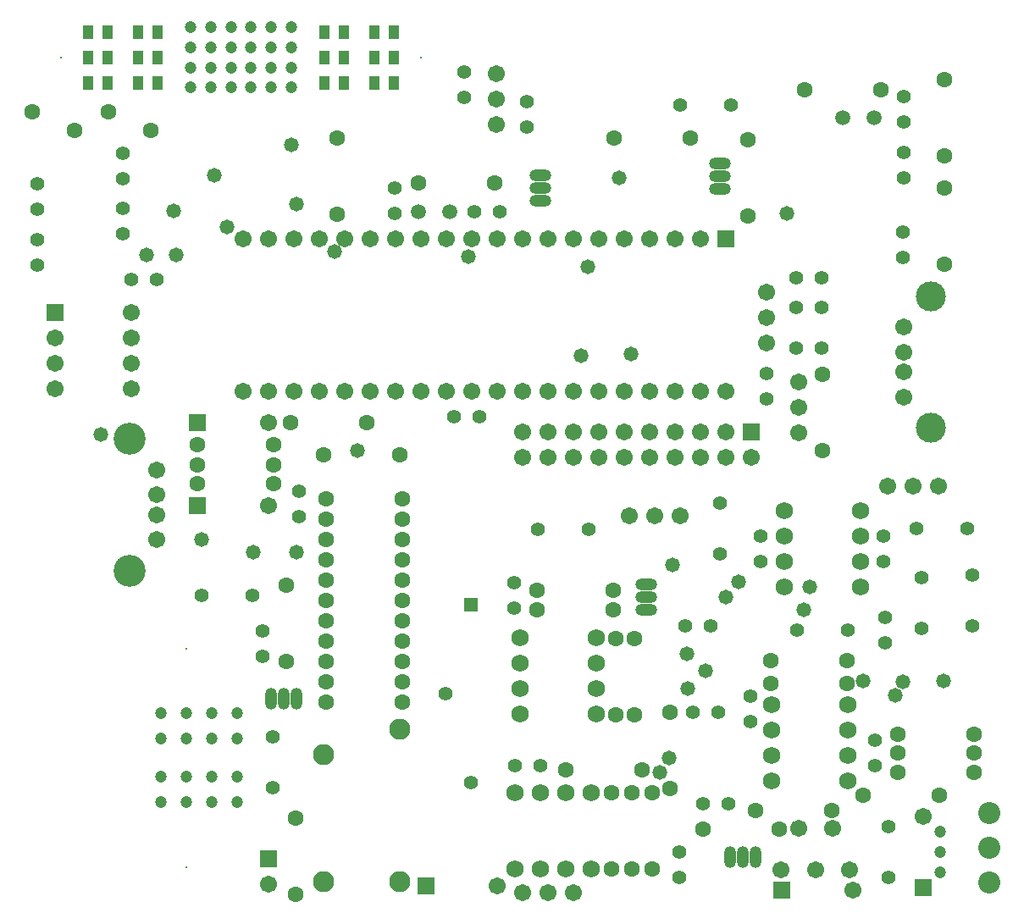
<source format=gbr>
G04 Layer_Color=16711935*
%FSLAX44Y44*%
%MOMM*%
%TF.FileFunction,Soldermask,Bot*%
%TF.Part,Single*%
G01*
G75*
%TA.AperFunction,ViaPad*%
%ADD51C,1.4032*%
%TA.AperFunction,ViaPad*%
%ADD52C,1.7032*%
%TA.AperFunction,ViaPad*%
%ADD53C,1.6032*%
%TA.AperFunction,ViaPad*%
%ADD54O,2.2032X1.2032*%
%TA.AperFunction,ViaPad*%
%ADD55O,2.2032X1.2032*%
%TA.AperFunction,ViaPad*%
%ADD56R,1.7032X1.7032*%
%TA.AperFunction,ViaPad*%
%ADD57R,1.7032X1.7032*%
%TA.AperFunction,ViaPad*%
%ADD58C,2.2032*%
%TA.AperFunction,ViaPad*%
%ADD59C,1.7272*%
%TA.AperFunction,ViaPad*%
%ADD60C,1.2032*%
%TA.AperFunction,ViaPad*%
%ADD61O,1.2032X2.2032*%
%TA.AperFunction,ViaPad*%
%ADD62O,1.2032X2.2032*%
%TA.AperFunction,ViaPad*%
%ADD63C,1.5032*%
%TA.AperFunction,ViaPad*%
%ADD64C,2.1032*%
%TA.AperFunction,ViaPad*%
%ADD65R,1.4032X1.4032*%
%TA.AperFunction,ViaPad*%
%ADD66R,1.0032X1.4032*%
%TA.AperFunction,ViaPad*%
%ADD67C,0.2032*%
%TA.AperFunction,ViaPad*%
%ADD68C,3.2032*%
%TA.AperFunction,ViaPad*%
%ADD69C,1.4732*%
%TA.AperFunction,ViaPad*%
%ADD70C,3.0032*%
D51*
X435610Y489820D02*
D03*
X461010D02*
D03*
X701386Y404048D02*
D03*
Y353248D02*
D03*
X113376Y627293D02*
D03*
X138776D02*
D03*
X104486Y727623D02*
D03*
Y753023D02*
D03*
Y673013D02*
D03*
Y698413D02*
D03*
X777586Y628563D02*
D03*
X802986D02*
D03*
Y558713D02*
D03*
X777586D02*
D03*
X748376Y533313D02*
D03*
Y507913D02*
D03*
X777586Y599353D02*
D03*
X802986D02*
D03*
X19396Y722543D02*
D03*
Y697143D02*
D03*
X885536Y754293D02*
D03*
Y728893D02*
D03*
X19396Y666663D02*
D03*
Y641263D02*
D03*
X870296Y80198D02*
D03*
Y29398D02*
D03*
X660746D02*
D03*
Y54798D02*
D03*
X519776Y377378D02*
D03*
X570576D02*
D03*
X954116Y280858D02*
D03*
Y331658D02*
D03*
X731866Y211008D02*
D03*
Y185608D02*
D03*
X829656Y277048D02*
D03*
X778856D02*
D03*
X700116Y194498D02*
D03*
X674716D02*
D03*
X710276Y103058D02*
D03*
X684876D02*
D03*
X856326Y166558D02*
D03*
Y141158D02*
D03*
X866486Y289748D02*
D03*
Y264348D02*
D03*
X742026Y371028D02*
D03*
Y345628D02*
D03*
X692496Y280858D02*
D03*
X667096D02*
D03*
X865216Y345628D02*
D03*
Y371028D02*
D03*
X522316Y141158D02*
D03*
X496916D02*
D03*
X903316Y278318D02*
D03*
Y329118D02*
D03*
X884266Y648883D02*
D03*
Y674283D02*
D03*
X885536Y810173D02*
D03*
Y784773D02*
D03*
X508346Y779693D02*
D03*
Y805093D02*
D03*
X446116Y834303D02*
D03*
Y808903D02*
D03*
X712816Y801283D02*
D03*
X662016D02*
D03*
X949036Y378648D02*
D03*
X898236D02*
D03*
X495646Y324038D02*
D03*
Y298638D02*
D03*
X254346Y170368D02*
D03*
Y119568D02*
D03*
X281016Y415478D02*
D03*
Y390078D02*
D03*
X452466Y124648D02*
D03*
X427066Y213548D02*
D03*
X481676Y694878D02*
D03*
X456276D02*
D03*
X376266Y719008D02*
D03*
Y693608D02*
D03*
X183226Y311338D02*
D03*
X234026D02*
D03*
X244186Y275778D02*
D03*
Y250378D02*
D03*
D52*
X504536Y13883D02*
D03*
X529936D02*
D03*
X555336D02*
D03*
D03*
X780126Y473623D02*
D03*
Y499023D02*
D03*
Y524423D02*
D03*
D03*
X682336Y668208D02*
D03*
X656936D02*
D03*
X631536D02*
D03*
X606136D02*
D03*
X580736D02*
D03*
X555336D02*
D03*
X529936D02*
D03*
X504536D02*
D03*
X479136D02*
D03*
X453736D02*
D03*
X428336D02*
D03*
X402936D02*
D03*
X377536D02*
D03*
X352136D02*
D03*
X326736D02*
D03*
X301336D02*
D03*
X275936D02*
D03*
X250536D02*
D03*
X225136D02*
D03*
X707736Y515808D02*
D03*
X682336D02*
D03*
X656936D02*
D03*
X631536D02*
D03*
X606136D02*
D03*
X580736D02*
D03*
X555336D02*
D03*
X529936D02*
D03*
X504536D02*
D03*
X479136D02*
D03*
X453736D02*
D03*
X428336D02*
D03*
X402936D02*
D03*
X377536D02*
D03*
X352136D02*
D03*
X326736D02*
D03*
X301336D02*
D03*
X275936D02*
D03*
X250536D02*
D03*
X225136D02*
D03*
X113376Y518348D02*
D03*
Y543748D02*
D03*
Y569148D02*
D03*
Y594548D02*
D03*
X37176Y518348D02*
D03*
Y543748D02*
D03*
Y569148D02*
D03*
X779906Y78338D02*
D03*
X813906D02*
D03*
D03*
X762906Y37338D02*
D03*
X796906D02*
D03*
X830906D02*
D03*
D03*
X834676Y16698D02*
D03*
X904586Y90298D02*
D03*
X885040Y579740D02*
D03*
Y509690D02*
D03*
Y534690D02*
D03*
Y554690D02*
D03*
X477866Y782233D02*
D03*
Y807633D02*
D03*
Y833033D02*
D03*
D03*
X748376Y563793D02*
D03*
Y589193D02*
D03*
Y614593D02*
D03*
D03*
X869026Y420558D02*
D03*
X894426D02*
D03*
X919826D02*
D03*
D03*
X611216Y391348D02*
D03*
X636616D02*
D03*
X662016D02*
D03*
D03*
X250536Y23048D02*
D03*
X478730Y21190D02*
D03*
X250476Y401508D02*
D03*
Y484058D02*
D03*
X504536Y449768D02*
D03*
Y475168D02*
D03*
X529936Y449768D02*
D03*
Y475168D02*
D03*
X555336Y449768D02*
D03*
Y475168D02*
D03*
X580736Y449768D02*
D03*
Y475168D02*
D03*
X606136Y449768D02*
D03*
Y475168D02*
D03*
X631536Y449768D02*
D03*
Y475168D02*
D03*
X656936Y449768D02*
D03*
Y475168D02*
D03*
X682336Y449768D02*
D03*
Y475168D02*
D03*
X707736Y449768D02*
D03*
Y475168D02*
D03*
X733136Y449768D02*
D03*
X138686Y391978D02*
D03*
Y411978D02*
D03*
Y436978D02*
D03*
Y366928D02*
D03*
D53*
X56226Y775883D02*
D03*
X132426D02*
D03*
X90516Y794933D02*
D03*
X14316D02*
D03*
X729326Y690793D02*
D03*
Y766993D02*
D03*
X804256Y532043D02*
D03*
Y455843D02*
D03*
X926176Y826683D02*
D03*
Y750483D02*
D03*
Y642533D02*
D03*
Y718733D02*
D03*
X862676Y816523D02*
D03*
X786476D02*
D03*
X921096Y111948D02*
D03*
X844896D02*
D03*
X761076Y77658D02*
D03*
X684876D02*
D03*
X752186Y246568D02*
D03*
X828386D02*
D03*
Y223708D02*
D03*
X752186D02*
D03*
X879186Y153858D02*
D03*
X955386D02*
D03*
X879186Y172908D02*
D03*
X955386D02*
D03*
X879186Y134808D02*
D03*
X955386D02*
D03*
X518506Y297368D02*
D03*
X594706D02*
D03*
X518506Y316418D02*
D03*
X594706D02*
D03*
X651856Y118298D02*
D03*
Y194498D02*
D03*
X616296Y268158D02*
D03*
Y191958D02*
D03*
X597246Y268158D02*
D03*
Y191958D02*
D03*
X623916Y137348D02*
D03*
X547716D02*
D03*
X476596Y724088D02*
D03*
X400396D02*
D03*
X813146Y96708D02*
D03*
X736946D02*
D03*
X277206Y12888D02*
D03*
Y89088D02*
D03*
X307686Y387538D02*
D03*
X383886D02*
D03*
Y407858D02*
D03*
X307686D02*
D03*
X383886Y204658D02*
D03*
X307686D02*
D03*
X383886Y224978D02*
D03*
X307686D02*
D03*
X383886Y245298D02*
D03*
X307686D02*
D03*
X383886Y265618D02*
D03*
X307686D02*
D03*
X383886Y285938D02*
D03*
X307686D02*
D03*
X383886Y306258D02*
D03*
X307686D02*
D03*
X383886Y326578D02*
D03*
X307686D02*
D03*
X383886Y346898D02*
D03*
X307686D02*
D03*
X383886Y367218D02*
D03*
X307686D02*
D03*
X268316Y245298D02*
D03*
Y321498D02*
D03*
X179416Y423098D02*
D03*
X255616D02*
D03*
X179416Y442148D02*
D03*
X255616D02*
D03*
X179416Y462468D02*
D03*
X255616D02*
D03*
X272126Y484058D02*
D03*
X348326D02*
D03*
X305146Y452308D02*
D03*
X381346D02*
D03*
X613756Y38288D02*
D03*
Y114488D02*
D03*
X593436Y38288D02*
D03*
Y114488D02*
D03*
X634076Y38288D02*
D03*
Y114488D02*
D03*
X595976Y768263D02*
D03*
X672176D02*
D03*
X319116Y692063D02*
D03*
Y768263D02*
D03*
D54*
X701386Y742863D02*
D03*
X627726Y297368D02*
D03*
X522316Y731433D02*
D03*
D55*
X701386Y730163D02*
D03*
Y717463D02*
D03*
X627726Y310068D02*
D03*
Y322768D02*
D03*
X522316Y718733D02*
D03*
Y706033D02*
D03*
D56*
X707736Y668208D02*
D03*
X904586Y19298D02*
D03*
X250536Y48448D02*
D03*
D57*
X37176Y594548D02*
D03*
X763676Y16698D02*
D03*
X407730Y21190D02*
D03*
X179476Y401508D02*
D03*
Y484058D02*
D03*
X733136Y475168D02*
D03*
D58*
X970626Y24148D02*
D03*
Y59148D02*
D03*
Y94148D02*
D03*
D59*
X829656Y125918D02*
D03*
D03*
Y151318D02*
D03*
Y176718D02*
D03*
Y202118D02*
D03*
X753456D02*
D03*
D03*
Y176718D02*
D03*
Y151318D02*
D03*
Y125918D02*
D03*
X501996Y269428D02*
D03*
D03*
Y244028D02*
D03*
Y218628D02*
D03*
Y193228D02*
D03*
X578196D02*
D03*
D03*
Y218628D02*
D03*
Y244028D02*
D03*
Y269428D02*
D03*
X842356Y320228D02*
D03*
D03*
Y345628D02*
D03*
Y371028D02*
D03*
Y396428D02*
D03*
X766156D02*
D03*
D03*
Y371028D02*
D03*
Y345628D02*
D03*
Y320228D02*
D03*
X496916Y38288D02*
D03*
D03*
X522316D02*
D03*
X547716D02*
D03*
X573116D02*
D03*
Y114488D02*
D03*
D03*
X547716D02*
D03*
X522316D02*
D03*
X496916D02*
D03*
D60*
X921986Y74798D02*
D03*
Y54798D02*
D03*
Y34798D02*
D03*
D03*
X172766Y819063D02*
D03*
Y839063D02*
D03*
Y859063D02*
D03*
Y879063D02*
D03*
X192766Y819063D02*
D03*
Y839063D02*
D03*
Y859063D02*
D03*
Y879063D02*
D03*
X212766Y819063D02*
D03*
Y839063D02*
D03*
Y859063D02*
D03*
Y879063D02*
D03*
X232766Y819063D02*
D03*
Y839063D02*
D03*
Y859063D02*
D03*
Y879063D02*
D03*
X252766Y819063D02*
D03*
Y839063D02*
D03*
Y859063D02*
D03*
Y879063D02*
D03*
X272766Y819063D02*
D03*
Y839063D02*
D03*
Y859063D02*
D03*
Y879063D02*
D03*
X168096Y167858D02*
D03*
X218896Y193258D02*
D03*
Y167858D02*
D03*
X193496Y193258D02*
D03*
Y167858D02*
D03*
X168096Y193258D02*
D03*
X142696D02*
D03*
Y167858D02*
D03*
Y104358D02*
D03*
Y129758D02*
D03*
X168096D02*
D03*
Y104358D02*
D03*
X193496D02*
D03*
Y129758D02*
D03*
X218896Y104358D02*
D03*
Y129758D02*
D03*
D61*
X711546Y49718D02*
D03*
X278476Y208468D02*
D03*
D62*
X724246Y49718D02*
D03*
X736946D02*
D03*
X253076Y208468D02*
D03*
X265776D02*
D03*
D63*
X824316Y788583D02*
D03*
X855316D02*
D03*
X400136Y694878D02*
D03*
X431136D02*
D03*
D64*
X381496Y177608D02*
D03*
X305496Y152208D02*
D03*
Y25208D02*
D03*
X381496D02*
D03*
D65*
X452466Y302448D02*
D03*
D66*
X375266Y823563D02*
D03*
X356466D02*
D03*
Y848963D02*
D03*
X375266D02*
D03*
Y874363D02*
D03*
X356466D02*
D03*
X70266Y823563D02*
D03*
X89066D02*
D03*
Y848963D02*
D03*
X70266D02*
D03*
X89066Y874363D02*
D03*
X70266D02*
D03*
X120266D02*
D03*
X139066D02*
D03*
X120266Y848963D02*
D03*
X139066D02*
D03*
Y823563D02*
D03*
X120266D02*
D03*
X306466Y874363D02*
D03*
X325266D02*
D03*
Y848963D02*
D03*
X306466D02*
D03*
Y823563D02*
D03*
X325266D02*
D03*
D67*
X402966Y848963D02*
D03*
X42566D02*
D03*
X168096Y258358D02*
D03*
Y39258D02*
D03*
D03*
D68*
X111586Y467778D02*
D03*
Y336178D02*
D03*
D69*
X641350Y134220D02*
D03*
X195926Y731433D02*
D03*
X791556Y319953D02*
D03*
X785206Y297093D02*
D03*
X654396Y341543D02*
D03*
X128616Y651423D02*
D03*
X768696Y693333D02*
D03*
X650586Y148503D02*
D03*
X562956Y551368D02*
D03*
X612486Y552638D02*
D03*
X877258Y211198D02*
D03*
X924906Y226248D02*
D03*
X844896D02*
D03*
X669636Y218628D02*
D03*
X278476Y354518D02*
D03*
X235296D02*
D03*
X183226Y367218D02*
D03*
X687416Y236408D02*
D03*
X668366Y252918D02*
D03*
X884266Y224978D02*
D03*
X720436Y325308D02*
D03*
X707736Y310068D02*
D03*
X339436Y456118D02*
D03*
X82896Y472628D02*
D03*
X157826Y651423D02*
D03*
X155286Y695873D02*
D03*
X449926Y650153D02*
D03*
X569306Y639993D02*
D03*
X316576Y655233D02*
D03*
X208626Y679363D02*
D03*
X601056Y728893D02*
D03*
X278476Y702223D02*
D03*
X273396Y761913D02*
D03*
D70*
X912140Y610490D02*
D03*
Y478890D02*
D03*
%TF.MD5,CA5F22B5163441FD36BBE7588E642E56*%
M02*

</source>
